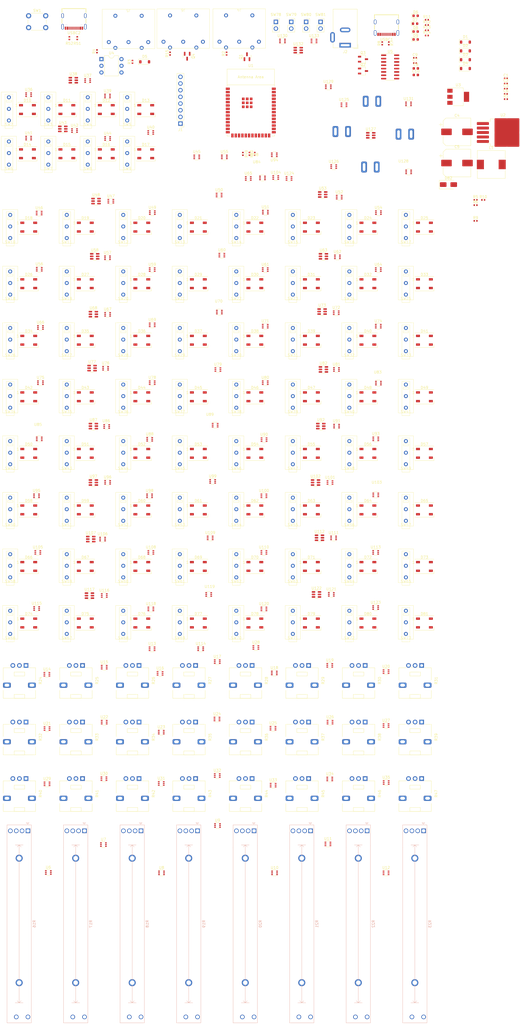
<source format=kicad_pcb>
(kicad_pcb (version 20221018) (generator pcbnew)
  (layers (0 "F.Cu" signal) (31 "B.Cu" signal) (34 "B.Paste" user) (35 "F.Paste" user) (36 "B.SilkS" user "B.Silkscreen") (37 "F.SilkS" user "F.Silkscreen") (38 "B.Mask" user) (39 "F.Mask" user) (44 "Edge.Cuts" user))
  (net 0 "")
  (net 1 "+3.3V")
  (net 2 "GND")
  (net 3 "Net-(D1-K)")
  (net 4 "+12V")
  (net 5 "/dcdc_lm2596/OUT")
  (net 6 "5V_USB2")
  (net 7 "+3V3")
  (net 8 "Net-(U5-V3)")
  (net 9 "/flasher/ESP_EN")
  (net 10 "+5V")
  (net 11 "5V_USB")
  (net 12 "Net-(D5-K)")
  (net 13 "Net-(D5-A)")
  (net 14 "ESP_RX")
  (net 15 "Net-(D6-A)")
  (net 16 "ESP_TX")
  (net 17 "Net-(D7-A)")
  (net 18 "Net-(D8-A)")
  (net 19 "Net-(D9-A)")
  (net 20 "Net-(D10-DOUT)")
  (net 21 "/lichtorgie/DATA")
  (net 22 "Net-(D11-DOUT)")
  (net 23 "Net-(D11-DIN)")
  (net 24 "Net-(D12-DOUT)")
  (net 25 "Net-(D13-DOUT)")
  (net 26 "Net-(D13-DIN)")
  (net 27 "Net-(D14-DOUT)")
  (net 28 "Net-(D15-DOUT)")
  (net 29 "Net-(D15-DIN)")
  (net 30 "Net-(D16-DOUT)")
  (net 31 "Net-(D17-DOUT)")
  (net 32 "Net-(D17-DIN)")
  (net 33 "Net-(D18-DOUT)")
  (net 34 "Net-(D19-DIN)")
  (net 35 "Net-(D20-DOUT)")
  (net 36 "Net-(D21-DIN)")
  (net 37 "Net-(D22-DOUT)")
  (net 38 "Net-(D23-DIN)")
  (net 39 "Net-(D24-DOUT)")
  (net 40 "Net-(D25-DIN)")
  (net 41 "Net-(D26-DOUT)")
  (net 42 "Net-(D27-DIN)")
  (net 43 "Net-(D28-DOUT)")
  (net 44 "Net-(D29-DIN)")
  (net 45 "Net-(D30-DOUT)")
  (net 46 "Net-(D31-DIN)")
  (net 47 "Net-(D32-DOUT)")
  (net 48 "Net-(D33-DIN)")
  (net 49 "Net-(D34-DOUT)")
  (net 50 "Net-(D35-DIN)")
  (net 51 "Net-(D36-DOUT)")
  (net 52 "Net-(D37-DIN)")
  (net 53 "Net-(D38-DOUT)")
  (net 54 "Net-(D39-DIN)")
  (net 55 "Net-(D40-DOUT)")
  (net 56 "Net-(D41-DIN)")
  (net 57 "Net-(D42-DOUT)")
  (net 58 "Net-(D43-DIN)")
  (net 59 "Net-(D44-DOUT)")
  (net 60 "Net-(D45-DIN)")
  (net 61 "Net-(D46-DOUT)")
  (net 62 "Net-(D47-DIN)")
  (net 63 "Net-(D48-DOUT)")
  (net 64 "Net-(D49-DIN)")
  (net 65 "Net-(D50-DOUT)")
  (net 66 "Net-(D51-DIN)")
  (net 67 "Net-(D52-DOUT)")
  (net 68 "Net-(D53-DIN)")
  (net 69 "Net-(D54-DOUT)")
  (net 70 "Net-(D55-DIN)")
  (net 71 "Net-(D56-DOUT)")
  (net 72 "Net-(D57-DIN)")
  (net 73 "Net-(D58-DOUT)")
  (net 74 "Net-(D59-DIN)")
  (net 75 "Net-(D60-DOUT)")
  (net 76 "Net-(D61-DIN)")
  (net 77 "Net-(D62-DOUT)")
  (net 78 "Net-(D63-DIN)")
  (net 79 "Net-(D64-DOUT)")
  (net 80 "Net-(D65-DIN)")
  (net 81 "Net-(D66-DOUT)")
  (net 82 "Net-(D68-DOUT)")
  (net 83 "Net-(D70-DOUT)")
  (net 84 "Net-(D72-DOUT)")
  (net 85 "Net-(D74-DOUT)")
  (net 86 "Net-(D75-DOUT)")
  (net 87 "Net-(D76-DOUT)")
  (net 88 "Net-(D77-DOUT)")
  (net 89 "Net-(D78-DOUT)")
  (net 90 "Net-(D79-DOUT)")
  (net 91 "Net-(D80-DOUT)")
  (net 93 "DISPLAY_SCLK")
  (net 94 "DISPLAY_MOSI")
  (net 95 "DISPLAY_DC")
  (net 96 "DISPLAY_CS")
  (net 100 "Net-(J4-Pad4)")
  (net 101 "Net-(Q1-D)")
  (net 104 "Net-(J5-Pad4)")
  (net 107 "Net-(J6-Pad4)")
  (net 108 "Net-(Q4-D)")
  (net 109 "/MIDI IN THRU OUT/TX")
  (net 110 "Net-(Q2-B)")
  (net 111 "/flasher/RTS")
  (net 112 "Net-(Q3-B)")
  (net 113 "/flasher/ESP_IO0")
  (net 114 "/flasher/DTR")
  (net 115 "/MIDI IN THRU OUT/RX")
  (net 116 "Net-(USBC1-CC1)")
  (net 117 "Net-(USBC1-CC2)")
  (net 118 "Net-(R16-Pad2)")
  (net 119 "Net-(R17-Pad2)")
  (net 120 "Net-(R18-Pad2)")
  (net 121 "Net-(R19-Pad2)")
  (net 122 "Net-(R20-Pad2)")
  (net 123 "Net-(R21-Pad2)")
  (net 124 "Net-(R22-Pad2)")
  (net 125 "Net-(R23-Pad2)")
  (net 126 "Net-(R24-Pad2)")
  (net 127 "Net-(R25-Pad2)")
  (net 128 "Net-(R26-Pad2)")
  (net 129 "Net-(R27-Pad2)")
  (net 130 "Net-(R28-Pad2)")
  (net 131 "Net-(R29-Pad2)")
  (net 132 "Net-(R30-Pad2)")
  (net 133 "Net-(R31-Pad2)")
  (net 134 "Net-(R32-Pad2)")
  (net 135 "Net-(R33-Pad2)")
  (net 136 "Net-(R34-Pad2)")
  (net 137 "Net-(R35-Pad2)")
  (net 138 "Net-(R36-Pad2)")
  (net 139 "Net-(R37-Pad2)")
  (net 140 "Net-(R38-Pad2)")
  (net 141 "Net-(R39-Pad2)")
  (net 142 "Net-(R40-Pad2)")
  (net 143 "Net-(R41-Pad2)")
  (net 144 "Net-(R42-Pad2)")
  (net 145 "Net-(R43-Pad2)")
  (net 146 "Net-(R44-Pad2)")
  (net 147 "Net-(R45-Pad2)")
  (net 148 "Net-(R46-Pad2)")
  (net 149 "Net-(R47-Pad2)")
  (net 150 "/buttonsorgie/OUTPUT0")
  (net 151 "/buttonsorgie/OUTPUT1")
  (net 152 "/buttonsorgie/OUTPUT2")
  (net 153 "Net-(SW2-A)")
  (net 154 "Net-(SW3-A)")
  (net 155 "Net-(SW4-A)")
  (net 156 "Net-(SW5-A)")
  (net 157 "Net-(SW6-A)")
  (net 158 "Net-(SW7-A)")
  (net 159 "Net-(SW8-A)")
  (net 160 "Net-(SW9-A)")
  (net 161 "Net-(SW10-A)")
  (net 162 "Net-(SW11-A)")
  (net 163 "Net-(SW12-A)")
  (net 164 "Net-(SW13-A)")
  (net 165 "Net-(SW14-A)")
  (net 166 "Net-(SW15-A)")
  (net 167 "Net-(SW16-A)")
  (net 168 "Net-(SW17-A)")
  (net 169 "Net-(SW18-A)")
  (net 170 "Net-(SW19-A)")
  (net 171 "Net-(SW20-A)")
  (net 172 "Net-(SW21-A)")
  (net 173 "Net-(SW22-A)")
  (net 174 "Net-(SW23-A)")
  (net 175 "Net-(SW24-A)")
  (net 176 "Net-(SW25-A)")
  (net 177 "Net-(SW26-A)")
  (net 178 "Net-(SW27-A)")
  (net 179 "Net-(SW28-A)")
  (net 180 "Net-(SW29-A)")
  (net 181 "Net-(SW30-A)")
  (net 182 "Net-(SW31-A)")
  (net 183 "Net-(SW32-A)")
  (net 184 "Net-(SW33-A)")
  (net 185 "Net-(SW34-A)")
  (net 186 "Net-(SW35-A)")
  (net 187 "Net-(SW36-A)")
  (net 188 "Net-(SW37-A)")
  (net 189 "Net-(SW38-A)")
  (net 190 "Net-(SW39-A)")
  (net 191 "Net-(SW40-A)")
  (net 192 "Net-(SW41-A)")
  (net 193 "Net-(SW42-A)")
  (net 194 "Net-(SW43-A)")
  (net 195 "Net-(SW44-A)")
  (net 196 "Net-(SW45-A)")
  (net 197 "Net-(SW46-A)")
  (net 198 "Net-(SW47-A)")
  (net 199 "Net-(SW48-A)")
  (net 200 "Net-(SW49-A)")
  (net 201 "Net-(SW50-A)")
  (net 202 "Net-(SW51-A)")
  (net 203 "Net-(SW52-A)")
  (net 204 "Net-(SW53-A)")
  (net 205 "Net-(SW54-A)")
  (net 206 "Net-(SW55-A)")
  (net 207 "Net-(SW56-A)")
  (net 208 "Net-(SW57-A)")
  (net 209 "Net-(SW58-A)")
  (net 210 "Net-(SW59-A)")
  (net 211 "Net-(SW60-A)")
  (net 212 "Net-(SW61-A)")
  (net 213 "Net-(SW62-A)")
  (net 214 "Net-(SW63-A)")
  (net 215 "Net-(SW64-A)")
  (net 216 "Net-(SW65-A)")
  (net 217 "Net-(SW66-A)")
  (net 218 "Net-(SW67-A)")
  (net 219 "Net-(SW68-A)")
  (net 220 "Net-(SW69-A)")
  (net 221 "Net-(SW70-A)")
  (net 222 "Net-(SW71-A)")
  (net 223 "Net-(SW72-A)")
  (net 224 "Net-(SW73-A)")
  (net 225 "Net-(SW74-A)")
  (net 226 "Net-(SW75-A)")
  (net 227 "Net-(SW76-A)")
  (net 228 "Net-(SW77-A)")
  (net 229 "Net-(SW78-A)")
  (net 230 "Net-(SW79-A)")
  (net 231 "Net-(SW80-A)")
  (net 232 "Net-(SW81-A)")
  (net 233 "/analogorgie/SEL0")
  (net 234 "/analogorgie/SEL1")
  (net 235 "/analogorgie/SEL2")
  (net 237 "/analogorgie/SEL3")
  (net 238 "USB2.0_D-")
  (net 239 "USB2.0_D+")
  (net 241 "/analogorgie/SEL4")
  (net 242 "/OUTPUT")
  (net 258 "/flasher/USB_DP")
  (net 259 "/flasher/USB_DN")
  (net 265 "Net-(U6-Pad4)")
  (net 266 "Net-(U7-Pad1)")
  (net 267 "Net-(U7-Pad4)")
  (net 268 "Net-(U11-Pad4)")
  (net 269 "Net-(U13-Pad3)")
  (net 270 "Net-(U10-Pad4)")
  (net 271 "Net-(U11-Pad1)")
  (net 272 "Net-(U13-Pad1)")
  (net 273 "Net-(U114-Pad3)")
  (net 274 "Net-(U14-Pad4)")
  (net 275 "Net-(U15-Pad1)")
  (net 276 "Net-(U15-Pad4)")
  (net 277 "Net-(U17-Pad1)")
  (net 278 "Net-(U18-Pad4)")
  (net 279 "Net-(U19-Pad1)")
  (net 280 "Net-(U21-Pad4)")
  (net 281 "Net-(U22-Pad1)")
  (net 282 "Net-(U22-Pad4)")
  (net 283 "Net-(U24-Pad1)")
  (net 284 "Net-(U24-Pad4)")
  (net 285 "Net-(U25-Pad4)")
  (net 286 "Net-(U26-Pad1)")
  (net 287 "Net-(U28-Pad1)")
  (net 288 "Net-(U114-Pad1)")
  (net 289 "Net-(U29-Pad4)")
  (net 290 "Net-(U30-Pad1)")
  (net 291 "Net-(U30-Pad4)")
  (net 292 "Net-(U32-Pad1)")
  (net 293 "Net-(U33-Pad4)")
  (net 294 "Net-(U34-Pad1)")
  (net 295 "Net-(U36-Pad4)")
  (net 296 "Net-(U37-Pad1)")
  (net 297 "Net-(U37-Pad4)")
  (net 298 "Net-(U40-Pad1)")
  (net 299 "Net-(U40-Pad4)")
  (net 300 "Net-(U41-Pad4)")
  (net 301 "Net-(U42-Pad1)")
  (net 302 "Net-(U45-Pad1)")
  (net 303 "Net-(U45-Pad4)")
  (net 304 "Net-(U46-Pad4)")
  (net 305 "Net-(U47-Pad1)")
  (net 306 "Net-(U47-Pad4)")
  (net 307 "Net-(U50-Pad1)")
  (net 308 "Net-(U51-Pad4)")
  (net 309 "Net-(U52-Pad1)")
  (net 310 "Net-(U55-Pad1)")
  (net 312 "Net-(U56-Pad4)")
  (net 313 "Net-(U57-Pad1)")
  (net 314 "Net-(U57-Pad4)")
  (net 315 "Net-(U60-Pad1)")
  (net 316 "Net-(U60-Pad4)")
  (net 317 "Net-(U61-Pad4)")
  (net 318 "Net-(U62-Pad1)")
  (net 319 "Net-(U65-Pad1)")
  (net 320 "Net-(U66-Pad4)")
  (net 321 "Net-(U67-Pad1)")
  (net 322 "Net-(U67-Pad4)")
  (net 323 "Net-(U70-Pad1)")
  (net 324 "Net-(U71-Pad4)")
  (net 325 "Net-(U72-Pad1)")
  (net 326 "Net-(U75-Pad4)")
  (net 327 "Net-(U76-Pad1)")
  (net 328 "Net-(U76-Pad4)")
  (net 329 "Net-(U79-Pad1)")
  (net 330 "Net-(U79-Pad4)")
  (net 331 "Net-(U80-Pad4)")
  (net 332 "Net-(U81-Pad1)")
  (net 333 "Net-(U84-Pad1)")
  (net 334 "Net-(U84-Pad4)")
  (net 335 "Net-(U85-Pad4)")
  (net 336 "Net-(U86-Pad1)")
  (net 337 "Net-(U86-Pad4)")
  (net 338 "Net-(U89-Pad1)")
  (net 339 "Net-(U90-Pad4)")
  (net 340 "Net-(U91-Pad1)")
  (net 341 "Net-(U104-Pad4)")
  (net 342 "Net-(U95-Pad4)")
  (net 343 "Net-(U96-Pad1)")
  (net 344 "Net-(U96-Pad4)")
  (net 345 "Net-(U101-Pad4)")
  (net 346 "Net-(U104-Pad3)")
  (net 347 "Net-(U100-Pad4)")
  (net 348 "Net-(U101-Pad1)")
  (net 349 "Net-(U104-Pad1)")
  (net 350 "Net-(U105-Pad4)")
  (net 351 "Net-(U106-Pad1)")
  (net 352 "Net-(U106-Pad4)")
  (net 353 "Net-(U109-Pad1)")
  (net 354 "Net-(U110-Pad4)")
  (net 355 "Net-(U111-Pad1)")
  (net 356 "/analogorgie/OUTPUT0")
  (net 357 "Net-(U115-Pad4)")
  (net 358 "Net-(U116-Pad1)")
  (net 359 "Net-(U116-Pad4)")
  (net 360 "Net-(U119-Pad1)")
  (net 361 "Net-(U119-Pad4)")
  (net 362 "Net-(U120-Pad4)")
  (net 363 "Net-(U121-Pad1)")
  (net 364 "Net-(U124-Pad1)")
  (net 365 "Net-(U125-Pad4)")
  (net 366 "Net-(U126-Pad1)")
  (net 367 "Net-(U126-Pad4)")
  (net 368 "Net-(U129-Pad1)")
  (net 369 "Net-(U130-Pad4)")
  (net 370 "Net-(U131-Pad1)")
  (net 371 "Net-(USBC2-CC1)")
  (net 372 "Net-(USBC2-CC2)")
  (net 377 "Net-(D82-K)")
  (footprint "Package_TO_SOT_SMD:SOT-23-6" (layer "F.Cu") (at 315.6375 60.95)
    (fp_text reference "U127")
    (fp_text value "USBLC6-4SC6")
  )
  (footprint "Package_TO_SOT_SMD:SOT-23-6" (layer "F.Cu") (at 209.6375 149.45)
    (fp_text reference "U77")
    (fp_text value "USBLC6-4SC6")
  )
  (footprint "LED_SMD:LED_WS2812B_PLCC4_5.0x5.0mm_P3.2mm" (layer "F.Cu") (at 230.05 67.95)
    (fp_text reference "D17")
    (fp_text value "WS2812B")
  )
  (footprint "ordentliche-teile:scheißbutton" (layer "F.Cu") (at 178.5 145)
    (fp_text reference "SW26")
    (fp_text value "SW_SPST")
  )
  (footprint "Package_TO_SOT_SMD:SOT-363_SC-70-6" (layer "F.Cu") (at 302.95 107.15)
    (fp_text reference "U62")
    (fp_text value "BL1551")
  )
  (footprint "ordentliche-teile:scheißbutton" (layer "F.Cu") (at 286 145)
    (fp_text reference "SW31")
    (fp_text value "SW_SPST")
  )
  (footprint "Package_TO_SOT_SMD:SOT-363_SC-70-6" (layer "F.Cu") (at 275 241)
    (fp_text reference "U120")
    (fp_text value "BL1551")
  )
  (footprint "Package_TO_SOT_SMD:SOT-363_SC-70-6" (layer "F.Cu") (at 232 219.5)
    (fp_text reference "U108")
    (fp_text value "BL1551")
  )
  (footprint "LED_SMD:LED_WS2812B_PLCC4_5.0x5.0mm_P3.2mm" (layer "F.Cu") (at 250.05 95.85)
    (fp_text reference "D21")
    (fp_text value "WS2812B")
  )
  (footprint "ordentliche-teile:scheißbutton" (layer "F.Cu") (at 221.5 231)
    (fp_text reference "SW60")
    (fp_text value "SW_SPST")
  )
  (footprint "ordentliche-teile:scheißbutton" (layer "F.Cu") (at 178 74.1)
    (fp_text reference "SW6")
    (fp_text value "SW_SPST")
  )
  (footprint "ordentliche-teile:scheißbutton" (layer "F.Cu") (at 221.5 209.5)
    (fp_text reference "SW52")
    (fp_text value "SW_SPST")
  )
  (footprint "LED_SMD:LED_0603_1608Metric" (layer "F.Cu") (at 332.7125 21.5)
    (fp_text reference "D8")
    (fp_text value "LED")
  )
  (footprint "LED_SMD:LED_WS2812B_PLCC4_5.0x5.0mm_P3.2mm" (layer "F.Cu") (at 250.05 138.85)
    (fp_text reference "D37")
    (fp_text value "WS2812B")
  )
  (footprint "Package_TO_SOT_SMD:SOT-363_SC-70-6" (layer "F.Cu") (at 259 106.5)
    (fp_text reference "U60")
    (fp_text value "BL1551")
  )
  (footprint "ordentliche-teile:scheißbutton" (layer "F.Cu") (at 221.5 102)
    (fp_text reference "SW12")
    (fp_text value "SW_SPST")
  )
  (footprint "Package_TO_SOT_SMD:SOT-363_SC-70-6" (layer "F.Cu") (at 330.05 74.85)
    (fp_text reference "U128")
    (fp_text value "BL1551")
  )
  (footprint "Package_TO_SOT_SMD:SOT-363_SC-70-6" (layer "F.Cu") (at 300.6375 235.45)
    (fp_text reference "U121")
    (fp_text value "BL1551")
  )
  (footprint "ordentliche-teile:scheißbutton" (layer "F.Cu") (at 264.5 102)
    (fp_text reference "SW14")
    (fp_text value "SW_SPST")
  )
  (footprint "ordentliche-teile:scheißbutton" (layer "F.Cu") (at 243 166.5)
    (fp_text reference "SW37")
    (fp_text value "SW_SPST")
  )
  (footprint "LED_SMD:LED_WS2812B_PLCC4_5.0x5.0mm_P3.2mm" (layer "F.Cu") (at 207.05 138.85)
    (fp_text reference "D35")
    (fp_text value "WS2812B")
  )
  (footprint "Potentiometer_THT:Potentiometer_Alps_RK09L_Single_Vertical" (layer "F.Cu") (at 335 262.5 -90)
    (fp_text reference "R31")
    (fp_text value "R_Variable")
  )
  (footprint "Package_TO_SOT_SMD:SOT-23-6" (layer "F.Cu") (at 208.6375 235.95)
    (fp_text reference "U117")
    (fp_text value "USBLC6-4SC6")
  )
  (footprint "LED_SMD:LED_WS2812B_PLCC4_5.0x5.0mm_P3.2mm" (layer "F.Cu") (at 207.05 117.35)
    (fp_text reference "D27")
    (fp_text value "WS2812B")
  )
  (footprint "LED_SMD:LED_WS2812B_PLCC4_5.0x5.0mm_P3.2mm" (layer "F.Cu") (at 185.55 117.35)
    (fp_text reference "D26")
    (fp_text value "WS2812B")
  )
  (footprint "ordentliche-teile:scheißbutton" (layer "F.Cu") (at 329 145)
    (fp_text reference "SW33")
    (fp_text value "SW_SPST")
  )
  (footprint "LED_SMD:LED_WS2812B_PLCC4_5.0x5.0mm_P3.2mm" (layer "F.Cu") (at 293.05 181.85)
    (fp_text reference "D55")
    (fp_text value "WS2812B")
  )
  (footprint "ordentliche-teile:scheißbutton" (layer "F.Cu") (at 221.5 166.5)
    (fp_text reference "SW36")
    (fp_text value "SW_SPST")
  )
  (footprint "Package_TO_SOT_SMD:SOT-23-6" (layer "F.Cu") (at 202.5 40)
    (fp_text reference "U38")
    (fp_text value "USBLC6-4SC6" hide)
  )
  (footprint "LED_SMD:LED_WS2812B_PLCC4_5.0x5.0mm_P3.2mm" (layer "F.Cu") (at 200.05 67.95)
    (fp_text reference "D15")
    (fp_text value "WS2812B")
  )
  (footprint "Package_TO_SOT_SMD:SOT-363_SC-70-6" (layer "F.Cu") (at 215.55 129)
    (fp_text reference "U67")
    (fp_text value "BL1551")
  )
  (footprint "ordentliche-teile:scheißbutton" (layer "F.Cu") (at 243 145)
    (fp_text reference "SW29")
    (fp_text value "SW_SPST")
  )
  (footprint "Potentiometer_THT:Potentiometer_Alps_RK09L_Single_Vertical" (layer "F.Cu") (at 227.5 262.5 -90)
    (fp_text reference "R26")
    (fp_text value "R_Variable")
  )
  (footprint "Connector_PinSocket_2.54mm:PinSocket_1x02_P2.54mm_Vertical" (layer "F.Cu") (at 285.4 17.83)
    (fp_text reference "SW79")
    (fp_text value "SW_SPST")
  )
  (footprint "Diode_SMD:D_SMA" (layer "F.Cu") (at 345.195 79.68)
    (fp_text reference "D82")
    (fp_text value "SS54")
  )
  (footprint "LED_SMD:LED_WS2812B_PLCC4_5.0x5.0mm_P3.2mm" (layer "F.Cu") (at 185.55 224.85)
    (fp_text reference "D66")
    (fp_text value "WS2812B")
  )
  (footprint "Package_TO_SOT_SMD:SOT-363_SC-70-6" (layer "F.Cu") (at 216.775 86)
    (fp_text reference "U47")
    (fp_text value "BL1551")
  )
  (footprint "Potentiometer_THT:Potentiometer_Alps_RK09L_Single_Vertical" (layer "F.Cu") (at 335 305.5 -90)
    (fp_text reference "R47")
    (fp_text value "R_Variable")
  )
  (footprint "ordentliche-teile:scheißbutton" (layer "F.Cu") (at 286 231)
    (fp_text reference "SW63")
    (fp_text value "SW_SPST")
  )
  (footprint "LED_SMD:LED_WS2812B_PLCC4_5.0x5.0mm_P3.2mm" (layer "F.Cu") (at 185.05 67.95)
    (fp_text reference "D14")
    (fp_text value "WS2812B")
  )
  (footprint "Resistor_SMD:R_0402_1005Metric" (layer "F.Cu") (at 225 33.01 90)
    (fp_text reference "R3")
    (fp_text value "220")
  )
  (footprint "Package_TO_SOT_SMD:SOT-363_SC-70-6" (layer "F.Cu") (at 300.1375 192.95)
    (fp_text reference "U101")
    (fp_text value "BL1551")
  )
  (footprint "ordentliche-teile:scheißbutton" (layer "F.Cu") (at 178.5 102)
    (fp_text reference "SW10")
    (fp_text value "SW_SPST")
  )
  (footprint "LED_SMD:LED_WS2812B_PLCC4_5.0x5.0mm_P3.2mm" (layer "F.Cu") (at 293.05 203.35)
    (fp_text reference "D63")
    (fp_text value "WS2812B")
  )
  (footprint "Potentiometer_THT:Potentiometer_Alps_RK09L_Single_Vertical" (layer "F.Cu") (at 292 262.5 -90)
    (fp_text reference "R29")
    (fp_text value "R_Variable")
  )
  (footprint "Package_TO_SOT_SMD:SOT-363_SC-70-6" (layer "F.Cu") (at 231.95 59.85)
    (fp_text reference "U40")
    (fp_text value "BL1551")
  )
  (footprint "Package_TO_SOT_SMD:SOT-363_SC-70-6" (layer "F.Cu") (at 232.45 256.15)
    (fp_text reference "U13")
    (fp_text value "BL1551")
  )
  (footprint "LED_SMD:LED_WS2812B_PLCC4_5.0x5.0mm_P3.2mm" (layer "F.Cu") (at 207.05 181.85)
    (fp_text reference "D51")
    (fp_text value "WS2812B")
  )
  (footprint "LED_SMD:LED_WS2812B_PLCC4_5.0x5.0mm_P3.2mm" (layer "F.Cu") (at 314.55 224.85)
    (fp_text reference "D72")
    (fp_text value "WS2812B")
  )
  (footprint "Package_TO_SOT_SMD:SOT-363_SC-70-6" (layer "F.Cu") (at 275.5 155)
    (fp_text reference "U80")
    (fp_text value "BL1551")
  )
  (footprint "Package_TO_SOT_SMD:SOT-363_SC-70-6" (layer "F.Cu") (at 235.95 287.85)
    (fp_text reference "U23")
    (fp_text value "BL1551")
  )
  (footprint "ordentliche-teile:bobbybutton" (layer "F.Cu") (at 304.6 59.5)
    (fp_text reference "SW74" hide)
    (fp_text value "SW_SPST")
  )
  (footprint "LED_SMD:LED_WS2812B_PLCC4_5.0x5.0mm_P3.2mm" (layer "F.Cu") (at 271.55 246.35)
    (fp_text reference "D78")
    (fp_text value "WS2812B")
  )
  (footprint "LED_SMD:LED_WS2812B_PLCC4_5.0x5.0mm_P3.2mm" (layer "F.Cu") (at 293.05 117.35)
    (fp_text reference "D31")
    (fp_text value "WS2812B")
  )
  (footprint "Package_TO_SOT_SMD:SOT-363_SC-70-6" (layer "F.Cu") (at 189 219.5)
    (fp_text reference "U105")
    (fp_text value "BL1551")
  )
  (footprint "usb_c:USB-C-SMD_MC-311D" (layer "F.Cu") (at 321.62 20.2 180)
    (fp_text reference "USBC1")
    (fp_text value "MC-311D")
  )
  (footprint "Resistor_SMD:R_0402_1005Metric" (layer "F.Cu") (at 355.51 87.49)
    (fp_text reference "R6")
    (fp_text value "12k")
  )
  (footprint "ordentliche-teile:scheißbutton" (layer "F.Cu") (at 193 74.1)
    (fp_text reference "SW7")
    (fp_text value "SW_SPST")
  )
  (footprint "Package_TO_SOT_SMD:SOT-23-6" (layer "F.Cu") (at 210.6375 106.95)
    (fp_text reference "U58")
    (fp_text value "USBLC6-4SC6")
  )
  (footprint "Resistor_SMD:R_0402_1005Metric" (layer "F.Cu") (at 367.05 47.19)
    (fp_text reference "R1")
    (fp_text value "10k")
  )
  (footprint "Potentiometer_THT:Potentiometer_Alps_RK09L_Single_Vertical" (layer "F.Cu") (at 335 284 -90)
    (fp_text reference "R39")
    (fp_text value "R_Variable")
  )
  (footprint "ordentliche-teile:scheißbutton" (layer "F.Cu") (at 243 231)
    (fp_text reference "SW61")
    (fp_text value "SW_SPST")
  )
  (footprint "Package_TO_SOT_SMD:SOT-363_SC-70-6" (layer "F.Cu") (at 330 49)
    (fp_text reference "U131")
    (fp_text value "BL1551")
  )
  (footprint "ordentliche-teile:scheißbutton" (layer "F.Cu") (at 178.5 188)
    (fp_text reference "SW42")
    (fp_text value "SW_SPST")
  )
  (footprint "Package_TO_SOT_SMD:SOT-23-6" (layer "F.Cu") (at 198.5 58.5)
    (fp_text reference "U43")
    (fp_text value "USBLC6-4SC6" hide)
  )
  (footprint "Package_TO_SOT_SMD:SOT-363_SC-70-6" (layer "F.Cu") (at 259.95 69.15)
    (fp_text reference "U55")
    (fp_text value "BL1551")
  )
  (footprint "Potentiometer_THT:Potentiometer_Alps_RK09L_Single_Vertical" (layer "F.Cu") (at 313.5 284 -90)
    (fp_text reference "R38")
    (fp_text value "R_Variable")
  )
  (footprint "LED_SMD:LED_0603_1608Metric" (layer "F.Cu") (at 332.7125 15.5)
    (fp_text reference "D6")
    (fp_text value "LED")
  )
  (footprint "Resistor_SMD:R_0402_1005Metric" (layer "F.Cu") (at 201 24 90)
    (fp_text reference "R52")
    (fp_text value "5k1")
  )
  (footprint "LED_SMD:LED_WS2812B_PLCC4_5.0x5.0mm_P3.2mm" (layer "F.Cu") (at 228.55 117.35)
    (fp_text reference "D28")
    (fp_text value "WS2812B")
  )
  (footprint "Package_TO_SOT_SMD:SOT-363_SC-70-6" (layer "F.Cu") (at 282.05 25.08)
    (fp_text reference "U130")
    (fp_text value "BL1551")
  )
  (footprint "LED_SMD:LED_WS2812B_PLCC4_5.0x5.0mm_P3.2mm" (layer "F.Cu") (at 293.05 138.85)
    (fp_text reference "D39")
    (fp_text value "WS2812B")
  )
  (footprint "Capacitor_SMD:CP_Elec_10x10" (layer "F.Cu") (at 348.435 71.48)
    (fp_text reference "C5")
    (fp_text value "220µF")
  )
  (footprint "Package_TO_SOT_SMD:SOT-363_SC-70-6" (layer "F.Cu") (at 188.5 198)
    (fp_text reference "U95")
    (fp_text value "BL1551")
  )
  (footprint "ordentliche-teile:scheißbutton" (layer "F.Cu") (at 178 57.3)
    (fp_text reference "SW2")
    (fp_text value "SW_SPST")
  )
  (footprint "LED_SMD:LED_WS2812B_PLCC4_5.0x5.0mm_P3.2mm" (layer "F.Cu") (at 228.55 160.35)
    (fp_text reference "D44")
    (fp_text value "WS2812B")
  )
  (footprint "LED_SMD:LED_WS2812B_PLCC4_5.0x5.0mm_P3.2mm" (layer "F.Cu") (at 293.05 224.85)
    (fp_text reference "D71")
    (fp_text value "WS2812B")
  )
  (footprint "LED_SMD:LED_WS2812B_PLCC4_5.0x5.0mm_P3.2mm" (layer "F.Cu") (at 314.55 203.35)
    (fp_text reference "D64")
    (fp_text value "WS2812B")
  )
  (footprint "Potentiometer_THT:Potentiometer_Alps_RK09L_Single_Vertical" (layer "F.Cu") (at 206 262.5 -90)
    (fp_text reference "R25")
    (fp_text value "R_Variable")
  )
  (footprint "Package_DIP:DIP-6_W7.62mm" (layer "F.Cu") (at 213.2 31.975)
    (fp_text reference "U4")
    (fp_text value "4N25")
  )
  (footprint "LED_SMD:LED_0603_1608Metric" (layer "F.Cu") (at 332.7125 24.5)
    (fp_text reference "D9")
    (fp_text value "LED5V")
  )
  (footprint "Resistor_SMD:R_0402_1005Metric" (layer "F.Cu") (at 355.51 93.46)
    (fp_text reference "R9")
    (fp_text value "10k")
  )
  (footprint "Package_TO_SOT_SMD:SOT-363_SC-70-6" (layer "F.Cu") (at 207.95 40.15)
    (fp_text reference "U37")
    (fp_text value "BL1551")
  )
  (footprint "LED_SMD:LED_WS2812B_PLCC4_5.0x5.0mm_P3.2mm" (layer "F.Cu") (at 271.55 160.35)
    (fp_text reference "D46")
    (fp_text value "WS2812B")
  )
  (footprint "Package_TO_SOT_SMD:SOT-363_SC-70-6" (layer "F.Cu") (at 190 155)
    (fp_text reference "U75")
    (fp_text value "BL1551")
  )
  (footprint "Package_TO_SOT_SMD:SOT-363_SC-70-6" (layer "F.Cu") (at 321.45 264.85)
    (fp_text reference "U20")
    (fp_text value "BL1551")
  )
  (footprint "Package_TO_SOT_SMD:SOT-363_SC-70-6" (layer "F.Cu") (at 254 235.5)
    (fp_text reference "U119")
    (fp_text value "BL1551")
  )
  (footprint "LED_SMD:LED_WS2812B_PLCC4_5.0x5.0mm_P3.2mm" (layer "F.Cu") (at 293.05 160.35)
    (fp_text reference "D47")
    (fp_text value "WS2812B")
  )
  (footprint "LED_SMD:LED_WS2812B_PLCC4_5.0x5.0mm_P3.2mm" (layer "F.Cu") (at 230.05 51.15)
    (fp_text reference "D13")
    (fp_text value "WS2812B")
  )
  (footprint "LED_SMD:LED_WS2812B_PLCC4_5.0x5.0mm_P3.2mm" (layer "F.Cu") (at 207.05 203.35)
    (fp_text reference "D59")
    (fp_text value "WS2812B")
  )
  (footprint "ordentliche-teile:scheißbutton" (layer "F.Cu") (at 264.5 166.5)
    (fp_text reference "SW38")
    (fp_text value "SW_SPST")
  )
  (footprint "ordentliche-teile:scheißbutton" (layer "F.Cu") (at 178.5 209.5)
    (fp_text reference "SW50")
    (fp_text value "SW_SPST")
  )
  (footprint "ordentliche-teile:scheißbutton" (layer "F.Cu") (at 329 252.5)
    (fp_text reference "SW73")
    (fp_text value "SW_SPST")
  )
  (footprint "Package_TO_SOT_SMD:SOT-363_SC-70-6" (layer "F.Cu") (at 258.05 128.15)
    (fp_text reference "U70")
    (fp_text value "BL1551")
  )
  (footprint "Package_TO_SOT_SMD:SOT-363_SC-70-6" (layer "F.Cu") (at 254.55 214)
    (fp_text reference "U109")
    (fp_text value "BL1551")
  )
  (footprint "ordentliche-teile:scheißbutton" (layer "F.Cu") (at 307.5 188)
    (fp_text reference "SW48")
    (fp_text value "SW_SPST")
  )
  (footprint "ordentliche-teile:scheißbutton" (layer "F.Cu") (at 307.5 145)
    (fp_text reference "SW32")
    (fp_text value "SW_SPST")
  )
  (footprint "ordentliche-teile:scheißbutton" (layer "F.Cu") (at 307.5 252.5)
    (fp_text reference "SW72")
    (fp_text value "SW_SPST")
  )
  (footprint "Package_TO_SOT_SMD:SOT-23-6" (layer "F.Cu") (at 211.1375 85.95)
    (fp_text reference "U48")
    (fp_text value "USBLC6-4SC6" hide)
  )
  (footprint "Potentiometer_THT:Potentiometer_Alps_RK09L_Single_Vertical" (layer "F.Cu") (at 313.5 305.5 -90)
    (fp_text reference "R46")
    (fp_text value "R_Variable")
  )
  (footprint "Package_TO_SOT_SMD:SOT-363_SC-70-6" (layer "F.Cu") (at 274.45 77.15)
    (fp_text reference "U84")
    (fp_text value "BL1551")
  )
  (footprint "Connector_PinSocket_2.54mm:PinSocket_1x02_P2.54mm_Vertical" (layer "F.Cu") (at 296.55 17.83)
    (fp_text reference "SW81")
    (fp_text value "SW_SPST")
  )
  (footprint "Package_TO_SOT_SMD:SOT-363_SC-70-6" (layer "F.Cu") (at 300.05 262.45)
    (fp_text reference "U19")
    (fp_text value "BL1551")
  )
  (footprint "ordentliche-teile:scheißbutton" (layer "F.Cu") (at 200 166.5)
    (fp_text reference "SW35")
    (fp_text value "SW_SPST")
  )
  (footprint "Diode_SMD:D_SOD-123" (layer "F.Cu") (at 229.65 33)
    (fp_text reference "D5")
    (fp_text value "1N4148")
  )
  (footprint "LED_SMD:LED_WS2812B_PLCC4_5.0x5.0mm_P3.2mm" (layer "F.Cu") (at 271.55 181.85)
    (fp_text reference "D54")
    (fp_text value "WS2812B")
  )
  (footprint "ordentliche-teile:scheißbutton" (layer "F.Cu") (at 243 102)
    (fp_text reference "SW13")
    (fp_text value "SW_SPST")
  )
  (footprint "Package_TO_SOT_SMD:SOT-363_SC-70-6" (layer "F.Cu") (at 317.5 219.5)
    (fp_text reference "U113")
    (fp_text value "BL1551")
  )
  (footprint "Capacitor_SMD:C_0402_1005Metric" (layer "F.Cu") (at 367.03 39.3)
    (fp_text reference "C1")
    (fp_text value "100n")
  )
  (footprint "LED_SMD:LED_WS2812B_PLCC4_5.0x5.0mm_P3.2mm" (layer "F.Cu") (at 207.05 160.35)
    (fp_text reference "D43")
    (fp_text value "WS2812B")
  )
  (footprint "ordentliche-teile:scheißbutton" (layer "F.Cu") (at 243 252.5)
    (fp_text reference "SW69")
    (fp_text value "SW_SPST")
  )
  (footprint "Potentiometer_THT:Potentiometer_Alps_RK09L_Single_Vertical" (layer "F.Cu") (at 270.5 305.5 -90)
    (fp_text reference "R44")
    (fp_text value "R_Variable")
  )
  (footprint "Package_TO_SOT_SMD:SOT-363_SC-70-6" (layer "F.Cu") (at 215.1875 171.65)
    (fp_text reference "U86")
    (fp_text value "BL1551")
  )
  (footprint "LED_SMD:LED_WS2812B_PLCC4_5.0x5.0mm_P3.2mm" (layer "F.Cu") (at 250.05 181.85)
    (fp_text reference "D53")
    (fp_text value "WS2812B")
  )
  (footprint "LED_SMD:LED_WS2812B_PLCC4_5.0x5.0mm_P3.2mm" (layer "F.Cu") (at 314.55 181.85)
    (fp_text reference "D56")
    (fp_text value "WS2812B")
  )
  (footprint "Package_TO_SOT_SMD:SOT-363_SC-70-6" (layer "F.Cu") (at 318.5 133.5)
    (fp_text reference "U74")
    (fp_text value "BL1551")
  )
  (footprint "ordentliche-teile:scheißmidi" (layer "F.Cu") (at 265.6 12.849 180)
    (fp_text reference "J4")
    (fp_text value "MIDI 1 OUT")
  )
  (footprint "Resistor_SMD:R_0402_1005Metric" (layer "F.Cu") (at 260.8 29.885 90)
    (fp_text reference "R2")
    (fp_text value "220")
  )
  (footprint "Inductor_SMD:L_10.4x10.4_H4.8" (layer "F.Cu") (at 361.48 72.03)
    (fp_text reference "L1")
    (fp_text value "33µH")
  )
  (footprint "Package_TO_SOT_SMD:SOT-363_SC-70-6" (layer "F.Cu") (at 232.5 133)
    (fp_text reference "U69")
    (fp_text value "BL1551")
  )
  (footprint "LED_SMD:LED_WS2812B_PLCC4_5.0x5.0mm_P3.2mm" (layer "F.Cu") (at 336.05 95.85)
    (fp_text reference "D25")
    (fp_text value "WS2812B")
  )
  (footprint "Package_TO_SOT_SMD:SOT-363_SC-70-6" (layer "F.Cu") (at 215.55 192.85)
    (fp_text reference "U96")
    (fp_text value "BL1551")
  )
  (footprint "LED_SMD:LED_WS2812B_PLCC4_5.0x5.0mm_P3.2mm" (layer "F.Cu") (at 336.05 181.85)
    (fp_text reference "D57")
    (fp_text value "WS2812B")
  )
  (footprint "LED_SMD:LED_WS2812B_PLCC4_5.0x5.0mm_P3.2mm" (layer "F.Cu") (at 336.05 203.35)
    (fp_text reference "D65")
    (fp_text value "WS2812B")
  )
  (footprint "Resistor_SMD:R_0402_1005Metric" (layer "F.Cu") (at 358.42 85.5)
    (fp_text reference "R10")
    (fp_text value "10k")
  )
  (footprint "Package_TO_SOT_SMD:SOT-363_SC-70-6" (layer "F.Cu") (at 189.5 90.5)
    (fp_text reference "U46")
    (fp_text value "BL1551")
  )
  (footprint "Connector_PinHeader_2.54mm:PinHeader_1x08_P2.54mm_Vertical" (layer "F.Cu") (at 243.25 56.49 180)
    (fp_text reference "J1")
    (fp_text value "Conn_Display")
  )
  (footprint "Potentiometer_THT:Potentiometer_Alps_RK09L_Single_Vertical" (layer "F.Cu") (at 292 305.5 -90)
    (fp_text reference "R45")
    (fp_text value "R_Variable")
  )
  (footprint "LED_SMD:LED_WS2812B_PLCC4_5.0x5.0mm_P3.2mm" (layer "F.Cu") (at 293.05 95.85)
    (fp_text reference "D23")
    (fp_text value "WS2812B")
  )
  (footprint "Package_TO_SOT_SMD:SOT-363_SC-70-6" (layer "F.Cu") (at 275.5 133.5)
    (fp_text reference "U71")
    (fp_text value "BL1551")
  )
  (footprint "ordentliche-teile:scheißbutton" (layer "F.Cu") (at 329 188)
    (fp_text reference "SW49")
    (fp_text value "SW_SPST")
  )
  (footprint "Capacitor_SMD:C_0603_1608Metric" (layer "F.Cu") (at 332.775 38)
    (fp_text reference "C10")
    (fp_text value "10u")
  )
  (footprint "Package_TO_SOT_SMD:SOT-363_SC-70-6" (layer "F.Cu") (at 232 241)
    (fp_text reference "U118")
    (fp_text value "BL1551")
  )
  (footprint "Package_TO_SOT_SMD:SOT-363_SC-70-6" (layer "F.Cu") (at 257.25 261.05)
    (fp_text reference "U17")
    (fp_text value "BL1551")
  )
  (footprint "ordentliche-teile:scheißbutton" (layer "F.Cu") (at 243 123.5)
    (fp_text reference "SW21")
    (fp_text value "SW_SPST")
  )
  (footprint "Connector_PinSocket_2.54mm:PinSocket_1x02_P2.54mm_Vertical" (layer "F.Cu") (at 291.05 17.83)
    (fp_text reference "SW80")
    (fp_text value "SW_SPST")
  )
  (footprint "Package_TO_SOT_SMD:SOT-363_SC-70-6" (layer "F.Cu") (at 269.05 77.35)
    (fp_text reference "U65")
    (fp_text value "BL1551")
  )
  (footprint "Package_TO_SOT_SMD:SOT-363_SC-70-6" (layer "F.Cu") (at 215.55 62.15)
    (fp_text reference "U44")
    (fp_text value "BL1551")
  )
  (footprint "Package_TO_SOT_SMD:SOT-23-6" (layer "F.Cu") (at 297.1375 127.95)
    (fp_text reference "U73")
    (fp_text value "USBLC6-4SC6")
  )
  (footprint "LED_SMD:LED_WS2812B_PLCC4_5.0x5.0mm_P3.2mm" (layer "F.Cu") (at 250.05 203.35)
    (fp_text reference "D61")
    (fp_text value "WS2812B")
  )
  (footprint "LED_SMD:LED_WS2812B_PLCC4_5.0x5.0mm_P3.2mm" (layer "F.Cu") (at 185.55 181.85)
    (fp_text reference "D50")
    (fp_text value "WS2812B")
  )
  (footprint "ordentliche-teile:scheißbutton" (layer "F.Cu") (at 221.5 252.5)
    (fp_text reference "SW68")
    (fp_text value "SW_SPST")
  )
  (footprint "Potentiometer_THT:Potentiometer_Alps_RK09L_Single_Vertical" (layer "F.Cu") (at 227.5 284 -90)
    (fp_text reference "R34")
    (fp_text value "R_Variable")
  )
  (footprint "Package_TO_SOT_SMD:SOT-363_SC-70-6" (layer "F.Cu") (at 250.95 256.15)
    (fp_text reference "U114")
    (fp_text value "BL1551")
  )
  (footprint "ordentliche-teile:bobbybutton" (layer "F.Cu") (at 316.1 48)
    (fp_text reference "SW75" hide)
    (fp_text value "SW_SPST")
  )
  (footprint "Package_TO_SOT_SMD:SOT-363_SC-70-6" (layer "F.Cu") (at 278.45 286.35)
    (fp_text reference "U25")
    (fp_text value "BL1551")
  )
  (footprint "LED_SMD:LED_WS2812B_PLCC4_5.0x5.0mm_P3.2mm" (layer "F.Cu") (at 228.55 181.85)
    (fp_text reference "D52")
    (fp_text value "WS2812B")
  )
  (footprint "Package_TO_SOT_SMD:SOT-23-6" (layer "F.Cu") (at 210.1375 171.5)
    (fp_text reference "U87")
    (fp_text value "USBLC6-4SC6")
  )
  (footprint "Potentiometer_THT:Potentiometer_Alps_RK09L_Single_Vertical" (layer "F.Cu") (at 313.5 262.5 -90)
    (fp_text reference "R30")
    (fp_text value "R_Variable")
  )
  (footprint "usb_c:USB-C-SMD_MC-311D" (layer "F.Cu") (at 202.745 17.8475 180)
    (fp_text reference "USBC2")
    (fp_text value "MC-311D")
  )
  (footprint "LED_SMD:LED_WS2812B_PLCC4_5.0x5.0mm_P3.2mm" (layer "F.Cu") (at 336.05 246.35)
    (fp_text reference "D81")
    (fp_text value "WS2812B")
  )
  (footprint "ordentliche-teile:scheißbutton" (layer "F.Cu") (at 178.5 231)
    (fp_text reference "SW58")
    (fp_text value "SW_SPST")
  )
  (footprint "LED_SMD:LED_WS2812B_PLCC4_5.0x5.0mm_P3.2mm" (layer "F.Cu") (at 200.05 51.15)
    (fp_text reference "D11")
    (fp_text value "WS2812B")
  )
  (footprint "Capacitor_SMD:C_0402_1005Metric" (layer "F.Cu") (at 367.03 41.27)
    (fp_text reference "C2")
    (fp_text value "100n")
  )
  (footprint "Package_TO_SOT_SMD:SOT-23" (layer "F.Cu") (at 245.8 30.875 -90)
    (fp_text reference "Q4")
    (fp_text value "BSS138")
  )
  (footprint "Package_TO_SOT_SMD:SOT-363_SC-70-6" (layer "F.Cu") (at 299.35 330.35)
    (fp_text reference "U11")
    (fp_text value "BL1551")
  )
  (footprint "Capacitor_SMD:C_0402_1005Metric" (layer "F.Cu") (at 367.03 43.24)
    (fp_text reference "C3")
    (fp_text value "100n")
  )
  (footprint "Package_TO_SOT_SMD:SOT-23-6" (layer "F.Cu") (at 288.05 28.58)
    (fp_text reference "U132")
    (fp_text value "USBLC6-4SC6")
  )
  (footprint "Package_TO_SOT_SMD:SOT-363_SC-70-6" (layer "F.Cu") (at 278.95 68.35 180)
    (fp_text reference "U94")
    (fp_text value "BL1551")
  )
  (footprint "LED_SMD:LED_WS2812B_PLCC4_5.0x5.0mm_P3.2mm" (layer "F.Cu") (at 228.55 138.85)
    (fp_text reference "D36")
    (fp_text value "WS2812B")
  )
  (footprint "ordentliche-teile:scheißbutton" (layer "F.Cu") (at 264.5 145)
    (fp_text reference "SW30")
    (fp_text value "SW_SPST")
  )
  (footprint "Package_TO_SOT_SMD:SOT-363_SC-70-6" (layer "F.Cu") (at 232.5 155)
    (fp_text reference "U78")
    (fp_text value "BL1551")
  )
  (footprint "Package_TO_SOT_SMD:SOT-363_SC-70-6" (layer "F.Cu") (at 321.5 307)
    (fp_text reference "U35")
    (fp_text value "BL1551")
  )
  (footprint "Package_TO_SOT_SMD:SOT-363_SC-70-6" (layer "F.Cu") (at 214.25 284.05)
    (fp_text reference "U22")
    (fp_text value "BL1551")
  )
  (footprint "ordentliche-teile:scheißbutton" (layer "F.Cu") (at 264.5 188)
    (fp_text reference "SW46")
    (fp_text value "SW_SPST")
  )
  (footprint "ordentliche-teile:scheißbutton" (layer "F.Cu") (at 286 209.5)
    (fp_text reference "SW55")
    (fp_text value "SW_SPST")
  )
  (footprint "Package_TO_SOT_SMD:SOT-23-6" (layer "F.Cu") (at 210.1375 128.95)
    (fp_text reference "U68")
    (fp_text value "USBLC6-4SC6")
  )
  (footprint "LED_SMD:LED_WS2812B_PLCC4_5.0x5.0mm_P3.2mm" (layer "F.Cu") (at 271.55 224.85)
    (fp_text reference "D70")
    (fp_text value "WS2812B")
  )
  (footprint "Capacitor_SMD:C_0402_1005Metric" (layer "F.Cu") (at 367.03 45.21)
    (fp_text reference "C6")
    (fp_text value "100n")
  )
  (footprint "Package_TO_SOT_SMD:SOT-363_SC-70-6" (layer "F.Cu") (at 301.5 214)
    (fp_text reference "U111")
    (fp_text value "BL1551")
  )
  (footprint "Package_TO_SOT_SMD:SOT-363_SC-70-6" (layer "F.Cu") (at 294.05 25.08)
    (fp_text reference "U133")
    (fp_text value "BL1551")
  )
  (footprint "Diode_SMD:D_SOD-123" (layer "F.Cu") (at 351.65 28.85)
    (fp_text reference "D2")
    (fp_text value "D")
  )
  (footprint "ordentliche-teile:scheißbutton" (layer "F.Cu") (at 243 188)
    (fp_text reference "SW45")
    (fp_text value "SW_SPST")
  )
  (footprint "Resistor_SMD:R_0402_1005Metric" (layer "F.Cu") (at 336.99 21.01)
    (fp_text reference "R13")
    (fp_text value "1k")
  )
  (footprint "ordentliche-teile:scheißbutton" (layer "F.Cu") (at 307.5 209.5)
    (fp_text reference "SW56")
    (fp_text value "SW_SPST")
  )
  (footprint "ordentliche-teile:scheißbutton" (layer "F.Cu") (at 329 209.5)
    (fp_text reference "SW57")
    (fp_text value "SW_SPST")
  )
  (footprint "Resistor_SMD:R_0402_1005Metric" (layer "F.Cu") (at 239.3 29.885 90)
    (fp_text reference "R15")
    (fp_text value "220")
  )
  (footprint "Package_TO_SOT_SMD:SOT-363_SC-70-6" (layer "F.Cu") (at 275.5 112)
    (fp_text reference "U61")
    (fp_text value "BL1551")
  )
  (footprint "Package_TO_SOT_SMD:SOT-23-6" (layer "F.Cu") (at 209.1375 214.45)
    (fp_text reference "U107")
    (fp_text value "USBLC6-4SC6")
  )
  (footprint "Package_TO_SOT_SMD:SOT-363_SC-70-6" (layer "F.Cu") (at 213.95 330.6)
    (fp_text reference "U7")
    (fp_text value "BL1551")
  )
  (footprint "Package_TO_SOT_SMD:SOT-363_SC-70-6" (layer "F.Cu") (at 215.5 107.5)
    (fp_text reference "U57")
    (fp_text value "BL1551")
  )
  (footprint "LED_SMD:LED_WS2812B_PLCC4_5.0x5.0mm_P3.2mm" (layer "F.Cu") (at 336.05 117.35)
    (fp_text reference "D33")
    (fp_text value "WS2812B")
  )
  (footprint "ordentliche-teile:scheißbutton" (layer "F.Cu") (at 178.5 166.5)
    (fp_text reference "SW34")
    (fp_text value "SW_SPST")
  )
  (footprint "Package_TO_SOT_SMD:SOT-363_SC-70-6" (layer "F.Cu") (at 189.55 176.35)
    (fp_text reference "U85")
    (fp_text value "BL1551")
  )
  (footprint "Package_TO_SOT_SMD:SOT-363_SC-70-6" (layer "F.Cu") (at 213.6375 214.45)
    (fp_text reference "U106")
    (fp_text value "BL1551")
  )
  (footprint "Package_TO_SOT_SMD:SOT-363_SC-70-6" (layer "F.Cu") (at 189.55 111.85)
    (fp_text reference "U56")
    (fp_text value "BL1551")
  )
  (footprint "Resistor_SMD:R_0402_1005Metric" (layer "F.Cu") (at 336.99 17.03)
    (fp_text reference "R11")
    (fp_text value "1k")
  )
  (footprint "Package_TO_SOT_SMD:SOT-363_SC-70-6" (layer "F.Cu") (at 215.5 46)
    (fp_text reference "U39")
    (fp_text value "BL1551")
  )
  (footprint "Package_TO_SOT_SMD:SOT-363_SC-70-6" (layer "F.Cu") (at 232.5 112)
    (fp_text reference "U59")
    (fp_text value "BL1551")
  )
  (footprint "LED_SMD:LED_WS2812B_PLCC4_5.0x5.0mm_P3.2mm" (layer "F.Cu") (at 314.55 138.85)
    (fp_text reference "D40")
    (fp_text value "WS2812B")
  )
  (footprint "Package_TO_SOT_SMD:SOT-363_SC-70-6" (layer "F.Cu") (at 232.55 90.35)
    (fp_text reference "U49")
    (fp_text value "BL1551")
  )
  (footprint "LED_SMD:LED_WS2812B_PLCC4_5.0x5.0mm_P3.2mm" (layer "F.Cu") (at 185.55 246.35)
    (fp_text reference "D74")
    (fp_text value "WS2812B")
  )
  (footprint "ordentliche-teile:scheißbutton" (layer "F.Cu") (at 286 252.5)
    (fp_text reference "SW71")
    (fp_text value "SW_SPST")
  )
  (footprint "LED_SMD:LED_WS2812B_PLCC4_5.0x5.0mm_P3.2mm" (layer "F.Cu") (at 207.05 246.35)
    (fp_text reference "D75")
    (fp_text value "WS2812B")
  )
  (footprint "ordentliche-teile:scheißbutton" (layer "F.Cu") (at 329 123.5)
    (fp_text reference "SW25")
    (fp_text value "SW_SPST")
  )
  (footprint "Package_TO_SOT_SMD:TSOT-23" (layer "F.Cu") (at 312.69 36.5)
    (fp_text reference "Q2")
    (fp_text value "SS8050_C2150")
  )
  (footprint "ordentliche-teile:scheißbutton" (layer "F.Cu") (at 329 166.5)
    (fp_text reference "SW41")
    (fp_text value "SW_SPST")
  )
  (footprint "ordentliche-teile:scheißbutton" (layer "F.Cu") (at 207.99 57.3)
    (fp_text reference "SW4")
    (fp_text value "SW_SPST")
  )
  (footprint "LED_SMD:LED_0603_1608Metric" (layer "F.Cu") (at 332.5 18.5)
    (fp_text reference "D7")
    (fp_text value "LED")
  )
  (footprint "Package_TO_SOT_SMD:SOT-363_SC-70-6" (layer "F.Cu") (at 278.95 265.35)
    (fp_text reference "U18")
    (fp_text value "BL1551")
  )
  (footprint "Package_TO_SOT_SMD:SOT-23-6" (layer "F.Cu") (at 297.3625 83.45)
    (fp_text reference "U53")
    (fp_text value "USBLC6-4SC6" hide)
  )
  (footprint "Package_TO_SOT_SMD:SOT-363_SC-70-6" (layer "F.Cu") (at 257.15 282.85)
    (fp_text reference "U24")
    (fp_text value "BL1551")
  )
  (footprint "Capacitor_SMD:C_0603_1608Metric" (layer "F.Cu") (at 332.775 35.5)
    (fp_text reference "C8")
    (fp_text value "1u")
  )
  (footprint "Resistor_SMD:R_0402_1005Metric" (layer "F.Cu") (at 269.5 67.99 90)
    (fp_text reference "R49")
    (fp_text value "10k")
  )
  (footprint "ordentliche-teile:scheißbutton" (layer "F.Cu") (at 307.5 123.5)
    (fp_text reference "SW24")
    (fp_text value "SW_SPST")
  )
  (footprint "Connector_BarrelJack:BarrelJack_Wuerth_6941xx301002" (layer "F.Cu") (at 305.9 26.68 180)
    (fp_text reference "J2")
    (fp_text value "5V-12V")
  )
  (footprint "ordentliche-teile:scheißbutton" (layer "F.Cu") (at 221.5 188)
    (fp_text reference "SW44")
    (fp_text value "SW_SPST")
  )
  (footprint "Potentiometer_THT:Potentiometer_Alps_RK09L_Single_Vertical" (layer "F.Cu") (at 249 305.5 -90)
    (fp_text reference "R43")
    (fp_text value "R_Variable")
  )
  (footprint "LED_SMD:LED_WS2812B_PLCC4_5.0x5.0mm_P3.2mm" (layer "F.Cu") (at 336.05 138.85)
    (fp_text reference "D41")
    (fp_text value "WS2812B")
  )
  (footprint "Package_TO_SOT_SMD:SOT-363_SC-70-6" (layer "F.Cu") (at 318.5 112)
    (fp_text reference "U64")
    (fp_text value "BL1551")
  )
  (footprint "Package_TO_SOT_SMD:SOT-23-6" (layer "F.Cu") (at 297.6375 106.95)
    (fp_text reference "U63")
    (fp_text value "USBLC6-4SC6")
  )
  (footprint "Package_TO_SOT_SMD:SOT-363_SC-70-6" (layer "F.Cu") (at 185.5 62)
    (fp_text reference "U41")
    (fp_text value "BL1551")
  )
  (footprint "Package_TO_SOT_SMD:SOT-363_SC-70-6" (layer "F.Cu") (at 317.55 197.65)
    (fp_text reference "U103")
    (fp_text value "BL1551")
  )
  (footprint "ordentliche-teile:scheißbutton" (layer "F.Cu") (at 307.5 102)
    (fp_text reference "SW16")
    (fp_text value "SW_SPST")
  )
  (footprint "Package_TO_SOT_SMD:SOT-363_SC-70-6" (layer "F.Cu") (at 192.5 286.5)
    (fp_text reference "U21")
    (fp_text value "BL1551")
  )
  (footprint "Package_TO_SOT_SMD:SOT-363_SC-70-6" (layer "F.Cu") (at 275 198)
    (fp_text reference "U100")
    (fp_text value "BL1551")
  )
  (footprint "ordentliche-teile:bobbybutton" (layer "F.Cu") (at 315.5 73)
    (fp_text reference "SW77" hide)
    (fp_text value "SW_SPST")
  )
  (footprint "Package_TO_SOT_SMD:SOT-363_SC-70-6" (layer "F.Cu") (at 257.25 304.35)
    (fp_text reference "U32")
    (fp_text value "BL1551")
  )
  (footprint "Package_TO_SOT_SMD:SOT-363_SC-70-6" (layer "F.Cu") (at 185.5 45.5)
    (fp_text reference "U36")
    (fp_text value "BL1551")
  )
  (footprint "LED_SMD:LED_WS2812B_PLCC4_5.0x5.0mm_P3.2mm" (layer "F.Cu") (at 250.05 246.35)
    (fp_text reference "D77")
    (fp_text value "WS2812B")
  )
  (footprint "Potentiometer_THT:Potentiometer_Alps_RK09L_Single_Vertical" (layer "F.Cu") (at 227.5 305.5 -90)
    (fp_text reference "R42")
    (fp_text value "R_Variable")
  )
  (footprint "LED_SMD:LED_WS2812B_PLCC4_5.0x5.0mm_P3.2mm" (layer "F.Cu") (at 228.55 246.35)
    (fp_text reference "D76")
    (fp_text value "WS2812B")
  )
  (footprint "ordentliche-teile:scheißbutton" (layer "F.Cu") (at 223 57.3)
    (fp_text reference "SW5")
    (fp_text value "SW_SPST")
  )
  (footprint "Package_TO_SOT_SMD:SOT-23-6" (layer "F.Cu") (at 297.6375 149.95)
    (fp_text reference "U82")
    (fp_text value "USBLC6-4SC6")
  )
  (footprint "Package_TO_SOT_SMD:SOT-363_SC-70-6" (layer "F.Cu") (at 214.275 235.9)
    (fp_text reference "U116")
    (fp_text value "BL1551")
  )
  (footprint "ordentliche-teile:scheißbutton" (layer "F.Cu") (at 200 231)
    (fp_text reference "SW59")
    (fp_text value "SW_SPST")
  )
  (footprint "Potentiometer_THT:Potentiometer_Alps_RK09L_Single_Vertical" (layer "F.Cu") (at 249 284 -90)
    (fp_text reference "R35")
    (fp_text value "R_Variable")
  )
  (footprint "Package_TO_SOT_SMD:SOT-363_SC-70-6" (layer "F.Cu") (at 256.45 171.15)
    (fp_text reference "U89")
    (fp_text value "BL1551")
  )
  (footprint "Package_TO_SOT_SMD:SOT-363_SC-70-6" (layer "F.Cu") (at 302.5875 149.95)
    (fp_text reference "U81")
    (fp_text value "BL1551")
  )
  (footprint "ordentliche-teile:scheißbutton" (layer "F.Cu") (at 286 166.5)
    (fp_text reference "SW39")
    (fp_text value "SW_SPST")
  )
  (footprint "Resistor_SMD:R_0402_1005Metric" (layer "F.Cu") (at 322.5 25.99 -90)
    (fp_text reference "R7")
    (fp_text value "5k1")
  )
  (footprint "LED_SMD:LED_WS2812B_PLCC4_5.0x5.0mm_P3.2mm" (layer "F.Cu") (at 250.05 224.85)
    (fp_text reference "D69")
    (fp_text value "WS2812B")
  )
  (footprint "ordentliche-teile:scheißbutton" (layer "F.Cu") (at 200 123.5)
    (fp_text reference "SW19")
    (fp_text value "SW_SPST")
  )
  (footprint "LED_SMD:LED_WS2812B_PLCC4_5.0x5.0mm_P3.2mm" (layer "F.Cu") (at 314.55 246.35)
    (fp_text reference "D80")
    (fp_text value "WS2812B")
  )
  (footprint "Package_TO_SOT_SMD:SOT-363_SC-70-6" (layer "F.Cu") (at 284.55 77.35)
    (fp_text reference "U124")
    (fp_text value "BL1551")
  )
  (footprint "ordentliche-teile:scheißbutton" (layer "F.Cu") (at 243 209.5)
    (fp_text reference "SW53")
    (fp_text value "SW_SPST")
  )
  (footprint "ordentliche-teile:scheißmidi" (layer "F.Cu") (at 223.5 13 180)
    (fp_text reference "J5")
    (fp_text value "MIDI 1 IN")
  )
  (footprint "LED_SMD:LED_WS2812B_PLCC4_5.0x5.0mm_P3.2mm" (layer "F.Cu") (at 215.04 51.15)
    (fp_text reference "D12")
    (fp_text value "WS2812B")
  )
  (footprint "LED_SMD:LED_WS2812B_PLCC4_5.0x5.0mm_P3.2mm" (layer "F.Cu") (at 336.05 224.85)
    (fp_text reference "D73")
    (fp_text value "WS2812B")
  )
  (footprint "Resistor_SMD:R_0402_1005Metric" (layer "F.Cu") (at 211.5 29 90)
    (fp_text reference "R4")
    (fp_text value "220")
  )
  (footprint "Package_TO_SOT_SMD:SOT-363_SC-70-6" (layer "F.Cu") (at 300.15 284.05)
    (fp_text reference "U26")
    (fp_text value "BL1551")
  )
  (footprint "Package_TO_SOT_SMD:SOT-363_SC-70-6" (layer "F.Cu") (at 192.45 265.85)
    (fp_text reference "U14")
    (fp_text value "BL1551")
  )
  (footprint "Potentiometer_THT:Potentiometer_Alps_RK09L_Single_Vertical" (layer "F.Cu") (at 292 284 -90)
    (fp_text reference "R37")
    (fp_text value "R_Variable")
  )
  (footprint "Diode_SMD:D_SOD-123" (layer "F.Cu") (at 351.65 25.5)
    (fp_text reference "D1")
    (fp_text value "D")
  )
  (footprint "LED_SMD:LED_WS2812B_PLCC4_5.0x5.0mm_P3.2mm" (layer "F.Cu") (at 250.05 117.35)
    (fp_text reference "D29")
    (fp_text value "WS2812B")
  )
  (footprint "Package_TO_SOT_SMD:SOT-363_SC-70-6" (layer "F.Cu") (at 255.5 192.5)
    (fp_text reference "U99")
    (fp_text value "BL1551")
  )
  (footprint "LED_SMD:LED_WS2812B_PLCC4_5.0x5.0mm_P3.2mm" (layer "F.Cu") (at 314.55 160.35)
    (fp_text reference "D48")
    (fp_text value "WS2812B")
  )
  (footprint "Package_TO_SOT_SMD:SOT-363_SC-70-6" (layer "F.Cu") (at 188.55 240.85)
    (fp_text reference "U115")
    (fp_text value "BL1551")
  )
  (footprint "LED_SMD:LED_WS2812B_PLCC4_5.0x5.0mm_P3.2mm" (layer "F.Cu") (at 271.55 203.35)
    (fp_text reference "D62")
    (fp_text value "WS2812B")
  )
  (footprint "ordentliche-teile:scheißbutton" (layer "F.Cu") (at 264.5 123.5)
    (fp_text reference "SW22")
    (fp_text value "SW_SPST")
  )
  (footprint "Package_TO_SOT_SMD:SOT-363_SC-70-6" (layer "F.Cu") (at 257.35 323.35)
    (fp_text reference "U9")
    (fp_text value "BL1551")
  )
  (footprint "LED_SMD:LED_WS2812B_PLCC4_5.0x5.0mm_P3.2mm" (layer "F.Cu") (at 207.05 224.85)
    (fp_text reference "D67")
    (fp_text value "WS2812B")
  )
  (footprint "Package_SO:SOIC-16_3.9x9.9mm_P1.27mm" (layer "F.Cu") (at 323.025 34.945)
    (fp_text reference "U5")
    (fp_text value "CH343G")
  )
  (footprint "Package_TO_SOT_SMD:SOT-363_SC-70-6" (layer "F.Cu") (at 249.45 69.15)
    (fp_text reference "U45")
    (fp_text value "BL1551")
  )
  (footprint "ordentliche-teile:scheißbutton" (layer "F.Cu") (at 307.5 166.5)
    (fp_text reference "SW40")
    (fp_text value "SW_SPST")
  )
  (footprint "Package_TO_SOT_SMD:SOT-363_SC-70-6" (layer "F.Cu") (at 214.25 263.15)
    (fp_text reference "U15")
    (fp_text value "BL1551")
  )
  (footprint "Capacitor_SMD:C_0402_1005Metric" (layer "F.Cu") (at 332.48 31.5)
    (fp_text reference "C9")
    (fp_text value "100n")
  )
  (footprint "ordentliche-teile:scheißbutton" (layer "F.Cu") (at 264.5 252.5)
    (fp_text reference "SW70")
    (fp_text value "SW_SPST")
  )
  (footprint "ordentliche-teile:scheißbutton" (layer "F.Cu") (at 200 252.5)
    (fp_text reference "SW67")
    (fp_text value "SW_SPST")
  )
  (footprint "Package_TO_SOT_SMD:SOT-363_SC-70-6" (layer "F.Cu") (at 257.5 150)
    (fp_text reference "U79")
    (fp_text value "BL1551")
  )
  (footprint "Package_TO_SOT_SMD:SOT-363_SC-70-6" (layer "F.Cu") (at 317.55 176.35)
    (fp_text reference "U93")
    (fp_text value "BL1551")
  )
  (footprint "LED_SMD:LED_WS2812B_PLCC4_5.0x5.0mm_P3.2mm" (layer "F.Cu") (at 228.55 224.85)
    (fp_text reference "D68")
    (fp_text value "WS2812B")
  )
  (footprint "LED_SMD:LED_WS2812B_PLCC4_5.0x5.0mm_P3.2mm" (layer "F.Cu") (at 228.55 95.85)
    (fp_text reference "D20")
    (fp_text value "WS2812B")
  )
  (footprint "Package_TO_SOT_SMD:SOT-363_SC-70-6" (layer "F.Cu") (at 279.05 341.35)
    (fp_text reference "U10")
    (fp_text value "BL1551")
  )
  (footprint "Package_TO_SOT_SMD:SOT-363_SC-70-6" (layer "F.Cu") (at 257.95 83.65)
    (fp_text reference "U50")
    (fp_text value "BL1551")
  )
  (footprint "ordentliche-teile:scheißbutton" (layer "F.Cu") (at 193 57.3)
    (fp_text reference "SW3")
    (fp_text value "SW_SPST")
  )
  (footprint "ordentliche-teile:scheißbutton" (layer "F.Cu") (at 200 145)
    (fp_text reference "SW27")
    (fp_text value "SW_SPST")
  )
  (footprint "LED_SMD:LED_WS2812B_PLCC4_5.0x5.0mm_P3.2mm" (layer "F.Cu") (at 185.55 138.85)
    (fp_text reference "D34")
    (fp_text value "WS2812B")
  )
  (footprint "Potentiometer_THT:Potentiometer_Alps_RK09L_Single_Vertical" (layer "F.Cu") (at 270.5 284 -90)
    (fp_text reference "R36")
    (fp_text value "R_Variable")
  )
  (footprint "Package_TO_SOT_SMD:SOT-363_SC-70-6" (layer "F.Cu") (at 214.775 149.5)
    (fp_text reference "U76")
    (fp_text value "BL1551")
  )
  (footprint "Package_TO_SOT_SMD:SOT-363_SC-70-6" (layer "F.Cu") (at 271.95 255.65)
    (fp_text reference "U28")
    (fp_text value "BL1551")
  )
  (footprint "ordentliche-teile:scheißbutton" (layer "F.Cu") (at 264.5 209.5)
    (fp_text reference "SW54")
    (fp_text value "SW_SPST")
  )
  (footprint "Package_TO_SOT_SMD:SOT-363_SC-70-6" (layer "F.Cu") (at 231.5 198)
    (fp_text reference "U98")
    (fp_text value "BL1551")
  )
  (footprint "Package_TO_SOT_SMD:SOT-363_SC-70-6" (layer "F.Cu") (at 192.5 307.5)
    (fp_text reference "U29")
    (fp_text value "BL1551")
  )
  (footprint "ordentliche-teile:scheißbutton" (layer "F.Cu") (at 221.5 123.5)
    (fp_text reference "SW20")
    (fp_text value "SW_SPST")
  )
  (footprint "Resistor_SMD:R_0402_1005Metric" (layer "F.Cu") (at 355.51 85.5)
    (fp_text reference "R5")
    (fp_text value "12k")
  )
  (footprint "LED_SMD:LED_WS2812B_PLCC4_5.0x5.0mm_P3.2mm" (layer "F.Cu") (at 228.55 203.35)
    (fp_text reference "D60")
    (fp_text value "WS2812B")
  )
  (footprint "Package_TO_SOT_SMD:SOT-363_SC-70-6" (layer "F.Cu") (at 303.6375 84.45)
    (fp_text reference "U52")
    (fp_text value "BL1551")
  )
  (footprint "Package_TO_SOT_SMD:SOT-363_SC-70-6" (layer "F.Cu") (at 279.5 77)
    (fp_text reference "U104")
    (fp_text value "BL1551")
  )
  (footprint "ordentliche-teile:scheißbutton" (layer "F.Cu") (at 329 102)
    (fp_text reference "SW17")
    (fp_text value "SW_SPST")
  )
  (footprint "Package_TO_SOT_SMD:SOT-363_SC-70-6" (layer "F.Cu") (at 300.05 305.65)
    (fp_text reference "U34")
    (fp_text value "BL1551")
  )
  (footprint "Resistor_SMD:R_0402_1005Metric" (layer "F.Cu") (at 204 24 -90)
    (fp_text reference "R51")
    (fp_text value "5k1")
  )
  (footprint "Capacitor_SMD:C_0402_1005Metric" (layer "F.Cu") (at 332.48 33.5)
    (fp_text reference "C7")
    (fp_text value "100n")
  )
  (footprint "ordentliche-teile:scheißbutton" (layer "F.Cu") (at 286 102)
    (fp_text reference "SW15")
    (fp_text value "SW_SPST")
  )
  (footprint "Package_TO_SOT_SMD:SOT-23-6" (layer "F.Cu") (at 210.1375 192.95)
    (fp_text reference "U97")
    (fp_text value "USBLC6-4SC6")
  )
  (footprint "Package_TO_SOT_SMD:SOT-363_SC-70-6" (layer "F.Cu") (at 275.55 90.15)
    (fp_text reference "U51")
    (fp_text value "BL1551")
  )
  (footprint "Package_TO_SOT_SMD:SOT-23-6" (layer "F.Cu") (at 296.6375 171.5)
    (fp_text reference "U92")
    (fp_text value "USBLC6-4SC6")
  )
  (footprint "Package_TO_SOT_SMD:SOT-363_SC-70-6" (layer "F.Cu") (at 318.55 155.15)
    (fp_text reference "U83")
    (fp_text value "BL1551")
  )
  (footprint "Package_TO_SOT_SMD:SOT-363_SC-70-6" (layer "F.Cu") (at 236.05 341.35)
    (fp_text reference "U8")
    (fp_text value "BL1551")
  )
  (footprint "Resistor_SMD:R_0402_1005Metric" (layer "F.Cu") (at 320 25.99 90)
    (fp_text reference "R8")
    (fp_text value "5k1")
  )
  (footprint "Capacitor_SMD:CP_Elec_10x10" (layer "F.Cu") (at 348.435 59.63)
    (fp_text reference "C4")
    (fp_text value "680µF")
  )
  (footprint "Package_TO_SOT_SMD:SOT-363_SC-70-6" (layer "F.Cu") (at 214.15 305.55)
    (fp_text reference "U30")
    (fp_text value "BL1551")
  )
  (footprint "Package_TO_SOT_SMD:TSOT-23" (layer "F.Cu") (at 312.69 32)
    (fp_text reference "Q3")
    (fp_text value "SS8050_C2150")
  )
  (footprint "LED_SMD:LED_WS2812B_PLCC4_5.0x5.0mm_P3.2mm" (layer "F.Cu") (at 271.55 138.85)
    (fp_text reference "D38")
    (fp_text value "WS2812B")
  )
  (footprint "Package_TO_SOT_SMD:SOT-363_SC-70-6" (layer "F.Cu") (at 302.6375 171.5)
    (fp_text reference "U91")
    (fp_text value "BL1551")
  )
  (footprint "Resistor_SMD:R_0402_1005Metric" (layer "F.Cu") (at 271.5 67.99 90)
    (fp_text reference "R50")
    (fp_text value "10k")
  )
  (footprint "Connector_PinSocket_2.54mm:PinSocket_1x02_P2.54mm_Vertical" (layer "F.Cu") (at 279.55 17.83)
    (fp_text reference "SW78")
    (fp_text value "SW_SPST")
  )
  (footprint "LED_SMD:LED_WS2812B_PLCC4_5.0x5.0mm_P3.2mm" (layer "F.Cu") (at 271.55 117.35)
    (fp_text reference "D30")
    (fp_text value "WS2812B")
  )
  (footprint "ordentliche-teile:scheißbutton" (layer "F.Cu") (at 178.5 123.5)
    (fp_text reference "SW18")
    (fp_text value "SW_SPST")
  )
  (footprint "Diode_SMD:D_SOD-123" (layer "F.Cu") (at 351.65 32.2)
    (fp_text reference "D3")
    (fp_text value "D")
  )
  (footprint "LED_SMD:LED_WS2812B_PLCC4_5.0x5.0mm_P3.2mm" (layer "F.Cu") (at 215.04 67.95)
    (fp_text reference "D16")
    (fp_text value "WS2812B")
  )
  (footprint "Package_TO_SOT_SMD:SOT-363_SC-70-6" (layer "F.Cu") (at 301.55 72.85)
    (fp_text reference "U126")
    (fp_text value "BL1551")
  )
  (footprint "Package_TO_SOT_SMD:SOT-363_SC-70-6" (layer "F.Cu") (at 305.45 49.35)
    (fp_text reference "U125")
    (fp_text value "BL1551")
  )
  (footprint "ordentliche-teile:scheißbutton" (layer "F.Cu") (at 178.5 252.5)
    (fp_text reference "SW66")
    (fp_text value "SW_SPST")
  )
  (footprint "Package_TO_SOT_SMD:SOT-363_SC-70-6" (layer "F.Cu") (at 275.05 176.65)
    (fp_text reference "U90")
    (fp_text value "BL1551")
  )
  (footprint "ordentliche-teile:scheißbutton" (layer "F.Cu") (at 286 188)
    (fp_text reference "SW47")
    (fp_text value "SW_SPST")
  )
  (footprint "Potentiometer_THT:Potentiometer_Alps_RK09L_Single_Vertical" (layer "F.Cu") (at 270.5 262.5 -90)
    (fp_text reference "R28")
    (fp_text value "R_Variable")
  )
  (footprint "LED_SMD:LED_WS2812B_PLCC4_5.0x5.0mm_P3.2mm" (layer "F.Cu") (at 185.55 160.35)
    (fp_text reference "D42")
    (fp_text value "WS2812B")
  )
  (footprint "Potentiometer_THT:Potentiometer_Alps_RK09L_Single_Vertical" (layer "F.Cu") (at 206 284 -90)
    (fp_text reference "R33")
    (fp_text value "R_Variable")
  )
  (footprint "Potentiometer_THT:Potentiometer_Alps_RK09L_Single_Vertical" (layer "F.Cu") (at 184.5 305.5 -90)
    (fp_text reference "R40")
    (fp_text value "R_Variable")
  )
  (footprint "Package_TO_SOT_SMD:TO-263-5_TabPin3" (layer "F.Cu") (at 365.93 59.88)
    (fp_text reference "U2")
    (fp_text value "LM2596S-5")
  )
  (footprint "LED_SMD:LED_WS2812B_PLCC4_5.0x5.0mm_P3.2mm" (layer "F.Cu") (at 293.05 246.35)
    (fp_text reference "D79")
    (fp_text value "WS2812B")
  )
  (footprint "LED_SMD:LED_WS2812B_PLCC4_5.0x5.0mm_P3.2mm" (layer "F.Cu") (at 314.55 117.35)
    (fp_text reference "D32")
    (fp_text value "WS2812B")
  )
  (footprint "Resistor_SMD:R_0402_1005Metric" (layer "F.Cu") (at 267 68 -90)
    (fp_text reference "R48")
    (fp_text value "10k")
  )
  (footprint "Package_TO_SOT_SMD:SOT-23-6" (layer "F.Cu") (at 294.6375 192.95)
    (fp_text reference "U102")
    (fp_text value "USBLC6-4SC6")
  )
  (footprint "LED_SMD:LED_WS2812B_PLCC4_5.0x5.0mm_P3.2mm" (layer "F.Cu") (at 185.55 203.35)
    (fp_text reference "D58")
    (fp_text value "WS2812B")
  )
  (footprint "Package_TO_SOT_SMD:SOT-363_SC-70-6" (layer "F.Cu") (at 278.5 308)
    (fp_text reference "U33")
    (fp_text value "BL1551")
  )
  (footprint "Package_TO_SOT_SMD:SOT-363_SC-70-6" (layer "F.Cu") (at 275 219.5)
    (fp_text reference "U110")
    (fp_text value "BL1551")
  )
  (footprint "Package_TO_SOT_SMD:SOT-363_SC-70-6" (layer "F.Cu") (at 193 341.2)
    (fp_text reference "U6")
    (fp_text value "BL1551")
  )
  (footprint "ordentliche-teile:scheißbutton" (layer "F.Cu") (at 264.5 231)
    (fp_text reference "SW62")
    (fp_text value "SW_SPST")
  )
  (footprint "Package_TO_SOT_SMD:SOT-23-6" (layer "F.Cu") (at 295 235.5)
    (fp_text reference "U122")
    (fp_text value "USBLC6-4SC6")
  )
  (footprint "Package_TO_SOT_SMD:SOT-363_SC-70-6" (layer "F.Cu") (at 321.45 341.35)
    (fp_text reference "U12")
    (fp_text value "BL1551")
  )
  (footprint "ordentliche-teile:scheißbutton" (layer "F.Cu") (at 207.99 74.1)
    (fp_text reference "SW8")
    (fp_text value "SW_SPST")
  )
  (footprint "LED_SMD:LED_WS2812B_PLCC4_5.0x5.0mm_P3.2mm" (layer "F.Cu") (at 185.05 51.15)
    (fp_text reference "D10")
    (fp_text value "WS2812B")
  )
  (footprint "ordentliche-teile:scheißbutton" (layer "F.Cu") (at 329 231)
    (fp_text reference "SW65")
    (fp_text value "SW_SPST")
  )
  (footprint "LED_SMD:LED_WS2812B_PLCC4_5.0x5.0mm_P3.2mm" (layer "F.Cu") (at 314.55 95.85)
    (fp_text reference "D24")
    (fp_text value "WS2812B")
  )
  (footprint "Package_TO_SOT_SMD:SOT-363_SC-70-6" (layer "F.Cu") (at 302.5 128.4)
    (fp_text reference "U72")
    (fp_text value "BL1551")
  )
  (footprint "ordentliche-teile:scheißbutton" (layer "F.Cu") (at 200 209.5)
    (fp_text reference "SW51")
    (fp_text value "SW_SPST")
  )
  (footprint "Package_TO_SOT_SMD:SOT-363_SC-70-6" (layer "F.Cu") (at 321.45 285.35)
    (fp_text reference "U27")
    (fp_text value "BL1551")
  )
  (footprint "Resistor_SMD:R_0402_1005Metric" (layer "F.Cu") (at 336.99 19.02)
    (fp_text reference "R12")
    (fp_text value "1k")
  )
  (footprint "ordentliche-teile:scheißbutton" (layer "F.Cu") (at 286 123.5)
    (fp_text reference "SW23")
    (fp_text value "SW_SPST")
  )
  (footprint "Potentiometer_THT:Potentiometer_Alps_RK09L_Single_Vertical" (layer "F.Cu") (at 184.5 262.5 -90)
    (fp_text reference "R24")
    (fp_text value "R_Variable")
  )
  (footprint "LED_SMD:LED_WS2812B_PLCC4_5.0x5.0mm_P3.2mm" (layer "F.Cu") (at 336.05 160.35)
    (fp_text reference "D49")
    (fp_text value "WS2812B")
  )
  (footprint "Package_TO_SOT_SMD:SOT-363_SC-70-6" (layer "F.Cu") (at 231.55 176.5)
    (fp_text reference "U88")
    (fp_text value "BL1551")
  )
  (footprint "Package_TO_SOT_SMD:SOT-363_SC-70-6" (layer "F.Cu") (at 235.5 265.5)
    (fp_text reference "U16")
    (fp_text value "BL1551")
  )
  (footprint "ordentliche-teile:scheißbutton" (layer "F.Cu") (at 221.5 145)
    (fp_text reference "SW28")
    (fp_text value "SW_SPST")
  )
  (footprint "Resistor_SMD:R_0402_1005Metric" (layer "F.Cu") (at 336.99 23)
    (fp_text reference "R14")
    (fp_text value "1k")
  )
  (footprint "Potentiometer_THT:Potentiometer_Alps_RK09L_Single_Vertical" (layer "F.Cu") (at 184.5 284 -90)
    (fp_text reference "R32")
    (fp_text value "R_Variable")
  )
  (footprint "ordentliche-teile:scheißbutton" (layer "F.Cu") (at 200 188)
    (fp_text reference "SW43")
    (fp_text value "SW_SPST")
  )
  (footprint "ordentliche-teile:scheißbutton" (layer "F.Cu") (at 200 102)
    (fp_text reference "SW11")
    (fp_text value "SW_SPST")
  )
  (footprint "Package_TO_SOT_SMD:SOT-363_SC-70-6" (layer "F.Cu") (at 318.55 90.35)
    (fp_text reference "U54")
    (fp_text value "BL1551")
  )
  (footprint "LED_SMD:LED_WS2812B_PLCC4_5.0x5.0mm_P3.2mm" (layer "F.Cu") (at 207.05 95.85)
    (fp_text reference "D19")
    (fp_text value "WS2812B")
  )
  (footprint "ordentliche-teile:scheißbutton" (layer "F.Cu") (at 223 74.1)
    (fp_text reference "SW9")
    (fp_text value "SW_SPST")
  )
  (footprint "Package_TO_SOT_SMD:SOT-23" (layer "F.Cu") (at 268.55 31.0625 90)
    (fp_text reference "Q1")
    (fp_text value "BSS138")
  )
  (footprint "LED_SMD:LED_WS2812B_PLCC4_5.0x5.0mm_P3.2mm" (layer "F.Cu") (at 271.55 95.85)
    (fp_text reference "D22")
    (fp_text value "WS2812B")
  )
  (footprint "Potentiometer_THT:Potentiometer_Alps_RK09L_Single_Vertical" (layer "F.Cu") (at 249 262.5 -90)
    (fp_text reference "R27")
    (fp_text value "R_Variable")
  )
  (footprint "Package_TO_SOT_SMD:SOT-363_SC-70-6" (layer "F.Cu") (at 202.95 59.15)
    (fp_text reference "U42")
    (fp_text value "BL1551")
  )
  (footprint "LED_SMD:LED_WS2812B_PLCC4_5.0x5.0mm_P3.2mm" (layer "F.Cu") (at 185.55 95.85)
    (fp_text reference "D18")
    (fp_text value "WS2812B")
  )
  (footprint "Espressif:ESP32-S3-WROOM-2" (layer "F.Cu") (at 270 51.51)
    (fp_text reference "U1")
    (fp_text value "ESP32-S3-WROOM-2")
  )
  (footprint "ordentliche-teile:scheißbutton" (layer "F.Cu") (at 307.5 231)
    (fp_text reference "SW64")
    (fp_text value "SW_SPST")
  )
  (footprint "Potentiometer_THT:Potentiometer_Alps_RK09L_Single_Vertical" (layer "F.Cu") (at 206 305.5 -90)
    (fp_text reference "R41")
    (fp_text value "R_Variable")
  )
  (footprint "Package_TO_SOT_SMD:SOT-363_SC-70-6" (layer "F.Cu") (at 317.5 240.5)
    (fp_text reference "U123")
    (fp_text value "BL1551")
  )
  (footprint "Package_TO_SOT_SMD:SOT-363_SC-70-6" (layer "F.Cu") (at 299.5 42.5)
    (fp_text reference "U129")
    (fp_text value "BL1551")
  )
  (footprint "Package_TO_SOT_SMD:SOT-363_SC-70-6" (layer "F.Cu") (at 235.95 307.35)
    (fp_text reference "U31")
    (fp_text value "BL1551")
  )
  (footprint "Package_TO_SOT_SMD:SOT-23-6" (layer "F.Cu") (at 296.1375 213.95)
    (fp_text reference "U112")
    (fp_text value "USBLC6-4SC6")
  )
  (footprint "Button_Switch_THT:SW_PUSH_6mm_H13mm" (layer "F.Cu") (at 185.5 15.5)
    (fp_text reference "SW1")
    (fp_text value "SW_SPST")
  )
  (footprint "Package_TO_SOT_SMD:SOT-223-3_TabPin2" (layer "F.Cu") (at 348.9 46.3)
    (fp_text reference "U3")
    (fp_text value "AMS1117-3.3")
  )
  (footprint "ordentliche-teile:bobbybutton" (layer "F.Cu") (at 328.6 60.5)
    (fp_text reference "SW76" hide)
    (fp_text value "SW_SPST")
  )
  (footprint "ordentliche-teile:scheißmidi" (layer "F.Cu") (at 244.3 12.875 180)
    (fp_text reference "J6")
    (fp_text value "MIDI 1 OUT")
  )
  (footprint "Package_TO_SOT_SMD:SOT-363_SC-70-6" (layer "F.Cu") (at 190 134)
    (fp_text reference "U66")
    (fp_text value "BL1551")
  )
  (footprint "Diode_SMD:D_SOD-123" (layer "F.Cu") (at 351.65 35.55)
    (fp_text reference "D4")
    (fp_text value "D")
  )
  (footprint "LED_SMD:LED_WS2812B_PLCC4_5.0x5.0mm_P3.2mm" (layer "F.Cu") (at 250.05 160.35)
    (fp_text reference "D45")
    (fp_text value "WS2812B")
  )
  (footprint "ordentliche-teile:scheißfader" (layer "B.Cu") (at 185.39 323.99 -90)
    (fp_text reference "R16")
    (fp_text value "R_Variable")
  )
  (footprint "ordentliche-teile:scheißfader" (layer "B.Cu") (at 206.89 323.99 -90)
    (fp_text reference "R17")
    (fp_text value "R_Variable")
  )
  (footprint "ordentliche-teile:scheißfader" (layer "B.Cu") (at 314.39 323.99 -90)
    (fp_text reference "R22")
    (fp_text value "R_Variable")
  )
  (footprint "ordentliche-teile:scheißfader" (layer "B.Cu") (at 292.89 323.99 -90)
    (fp_text reference "R21")
    (fp_text value "R_Variable")
  )
  (footprint "ordentliche-teile:scheißfader" (layer "B.Cu") (at 271.39 323.99 -90)
    (fp_text reference "R20")
    (fp_text value "R_Variable")
  )
  (footprint "ordentliche-teile:scheißfader" (layer "B.Cu") (at 335.89 323.99 -90)
    (fp_text reference "R23")
    (fp_text value "R_Variable")
  )
  (footprint "ordentliche-teile:scheißfader" (layer "B.Cu") (at 228.39 323.99 -90)
    (fp_text reference "R18")
    (fp_text value "R_Variable")
  )
  (footprint "ordentliche-teile:scheißfader" (layer "B.Cu") (at 249.89 323.99 -90)
    (fp_text reference "R19")
    (fp_text value "R_Variable")
  )
)
</source>
